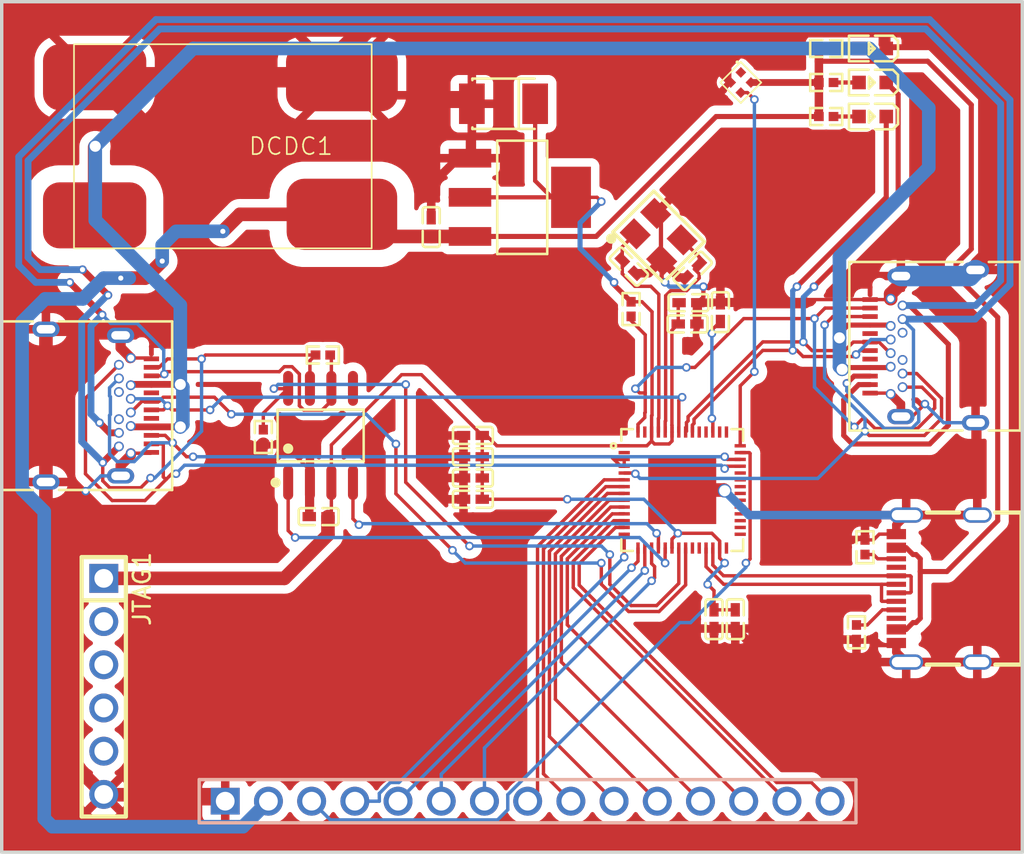
<source format=kicad_pcb>
(kicad_pcb (version 20221018) (generator pcbnew)
  (layers (0 "F.Cu" signal) (31 "B.Cu" signal) (34 "B.Paste" user) (35 "F.Paste" user) (36 "B.SilkS" user "B.Silkscreen") (37 "F.SilkS" user "F.Silkscreen") (38 "B.Mask" user) (39 "F.Mask" user) (44 "Edge.Cuts" user))
  (net 0 "")
  (net 1 "BCC1")
  (net 2 "GND")
  (net 3 "BCC2")
  (net 4 "+3V3")
  (net 6 "+5V")
  (net 7 "MCU-LED")
  (net 9 "BTN1")
  (net 10 "BTN2")
  (net 11 "BTN3")
  (net 12 "BTN4")
  (net 13 "BTN5")
  (net 14 "BTN6")
  (net 15 "BTN7")
  (net 16 "BTN8")
  (net 17 "BTN9")
  (net 18 "BTN10")
  (net 19 "BTN11")
  (net 20 "BTN12")
  (net 23 "BD-")
  (net 24 "BD+")
  (net 35 "LED")
  (net 36 "XN")
  (net 37 "XP")
  (net 38 "EN")
  (net 39 "MUX_S0")
  (net 40 "+28V")
  (net 43 "CAN-Tx")
  (net 44 "CAN-Rx")
  (net 45 "CAN-Rs")
  (net 46 "CAN+")
  (net 47 "CAN-")
  (net 52 "Net-(Led1-A)")
  (net 53 "LastTx")
  (net 54 "LastRx")
  (net 55 "Net-(Led2-A)")
  (net 56 "Net-(Led3-A)")
  (net 57 "LastB0")
  (net 58 "NextEN")
  (net 59 "NextB0")
  (net 60 "NextTx")
  (net 61 "NextRx")
  (net 62 "unconnected-(NotUSB-Last1-CC2-PadB5)")
  (footprint "easyeda:CASE-B_3528" (layer "F.Cu") (at 134.5 36 180)
    (fp_text reference "LCout1" hide)
    (fp_text value "100uF C16133" hide)
  )
  (footprint "easyeda:C0402" (layer "F.Cu") (at 132.7 59.25 180)
    (fp_text reference "C8" hide)
    (fp_text value "1uF C52923" hide)
  )
  (footprint "easyeda:R0402" (layer "F.Cu") (at 153.47 36.75 180)
    (fp_text reference "LR1" hide)
    (fp_text value "2k C4109" hide)
  )
  (footprint "easyeda:C0402" (layer "F.Cu") (at 132.7 56.75 180)
    (fp_text reference "C6" hide)
    (fp_text value "100nF C1525" hide)
  )
  (footprint "easyeda:R0402" (layer "F.Cu") (at 120.38 55.59 -90)
    (fp_text reference "R3" hide)
    (fp_text value "10k C25744" hide)
  )
  (footprint "easyeda:USB-C-SMD_HANBO_MC-126D-DG10" (layer "F.Cu") (at 159.9725 64.5 90)
    (fp_text reference "USB_C_Board1" hide)
    (fp_text value "MC-126D-DG10" hide)
  )
  (footprint "easyeda:R0402" (layer "F.Cu") (at 153.47 32.75 180)
    (fp_text reference "LR3" hide)
    (fp_text value "10k C25744" hide)
  )
  (footprint "easyeda:C0402" (layer "F.Cu") (at 148.125 66.3 -90)
    (fp_text reference "C5" hide)
    (fp_text value "100nF C1525" hide)
  )
  (footprint "easyeda:TYPE-C-USB-SMD_QCHT-143" (layer "F.Cu") (at 159.15 50.26 90)
    (fp_text reference "NotUSB-Last1" hide)
    (fp_text value "TYPE-C 24P QCHT 143" hide)
  )
  (footprint "easyeda:C0402" (layer "F.Cu") (at 146.875 66.3 -90)
    (fp_text reference "C4" hide)
    (fp_text value "100nF C1525" hide)
  )
  (footprint "easyeda:LED-SMD_4P-L1.0-W1.0-TL_XL-1010RGBC-WS2812B" (layer "F.Cu") (at 148.45 34.75 -45)
    (fp_text reference "RGB1" hide)
    (fp_text value "XL-1010RGBC-WS2812B" hide)
  )
  (footprint "easyeda:R0402" (layer "F.Cu") (at 153.47 34.75 180)
    (fp_text reference "LR2" hide)
    (fp_text value "2k C4109" hide)
  )
  (footprint "easyeda:DCDC" (layer "F.Cu") (at 118 38.5)
    (fp_text reference "DCDC1")
    (fp_text value "~" hide)
  )
  (footprint "easyeda:SOT-223-3_L6.5-W3.4-P2.30-LS7.0-BR" (layer "F.Cu") (at 135.5 41.5 180)
    (fp_text reference "LDO1" hide)
    (fp_text value "AMS1117-3.3" hide)
  )
  (footprint "easyeda:C0402" (layer "F.Cu") (at 130.25 43.25 90)
    (fp_text reference "LCin1" hide)
    (fp_text value "10uF C15525" hide)
  )
  (footprint "easyeda:QFN-56_L7.0-W7.0-P0.40-TL-EP4.0" (layer "F.Cu") (at 145.005761 58.707842)
    (fp_text reference "MCU1" hide)
    (fp_text value "ESP32-S2" hide)
  )
  (footprint "easyeda:C0402" (layer "F.Cu") (at 132.7 55.5 180)
    (fp_text reference "C9" hide)
    (fp_text value "100nF C1525" hide)
  )
  (footprint "easyeda:C0402" (layer "F.Cu") (at 145.621142 45.823223 45)
    (fp_text reference "XC2" hide)
    (fp_text value "20pF C1554" hide)
  )
  (footprint "easyeda:LED0603-RD" (layer "F.Cu") (at 156.2 32.75 180)
    (fp_text reference "Led3" hide)
    (fp_text value "0603 Blue" hide)
  )
  (footprint "easyeda:R0402" (layer "F.Cu") (at 123.88 50.77 180)
    (fp_text reference "R2" hide)
    (fp_text value "120Ω C25079" hide)
  )
  (footprint "easyeda:R0402" (layer "F.Cu") (at 155.75 62.07 -90)
    (fp_text reference "BR2" hide)
    (fp_text value "5.1k C25905" hide)
  )
  (footprint "easyeda:C0402" (layer "F.Cu") (at 123.63 60.27 180)
    (fp_text reference "C10" hide)
    (fp_text value "100nF C1525" hide)
  )
  (footprint "easyeda:OSC-SMD_4P-L3.2-W2.5-BL_SIT8008BI" (layer "F.Cu") (at 143.621142 43.823223 -45)
    (fp_text reference "X1" hide)
    (fp_text value "40MHz (15pF) C9010" hide)
  )
  (footprint "easyeda:C0402" (layer "F.Cu") (at 141.871142 45.573223 -45)
    (fp_text reference "XC1" hide)
    (fp_text value "20pF C1554" hide)
  )
  (footprint "easyeda:LED0603-RD" (layer "F.Cu") (at 156.2 36.75 180)
    (fp_text reference "Led1" hide)
    (fp_text value "0603 Red" hide)
  )
  (footprint "easyeda:R0402" (layer "F.Cu") (at 142 48.07 90)
    (fp_text reference "R1" hide)
    (fp_text value "10k C25744" hide)
  )
  (footprint "easyeda:LED0603-RD-YELLOW" (layer "F.Cu") (at 156.2 34.75 180)
    (fp_text reference "Led2" hide)
    (fp_text value "0603 Yellow" hide)
  )
  (footprint "easyeda:SOIC-8_L4.9-W3.9-P1.27-LS6.0-BL" (layer "F.Cu") (at 123.75 55.5)
    (fp_text reference "CAN1" hide)
    (fp_text value "SN65HVD230DR" hide)
  )
  (footprint "easyeda:C0402" (layer "F.Cu") (at 132.7 58 180)
    (fp_text reference "C7" hide)
    (fp_text value "10uF C15525" hide)
  )
  (footprint "easyeda:HDR-TH_6P-P2.54-V-M" (layer "F.Cu") (at 111 70.25 -90)
    (fp_text reference "JTAG1")
    (fp_text value "2.54-1*6" hide)
  )
  (footprint "easyeda:C0402" (layer "F.Cu") (at 145.321142 48.944365)
    (fp_text reference "C2" hide)
    (fp_text value "1uF C52923" hide)
  )
  (footprint "easyeda:R0402" (layer "F.Cu") (at 155.25 67.07 90)
    (fp_text reference "BR1" hide)
    (fp_text value "5.1k C25905" hide)
  )
  (footprint "easyeda:C0402" (layer "F.Cu") (at 145.371142 47.694365)
    (fp_text reference "C1" hide)
    (fp_text value "100pF C1546" hide)
  )
  (footprint "easyeda:C0402" (layer "F.Cu") (at 147.25 48.25 90)
    (fp_text reference "C3" hide)
    (fp_text value "100nF C1525" hide)
  )
  (footprint "easyeda:TYPE-C-USB-SMD_QCHT-143" (layer "F.Cu") (at 110.7 53.745 -90)
    (fp_text reference "NotUSB-Next1" hide)
    (fp_text value "TYPE-C 24P QCHT 143" hide)
  )
  (footprint "easyeda:HDR-TH_15P-P2.54-V-F" (layer "B.Cu") (at 135.92 77)
    (fp_text reference "J1" hide)
    (fp_text value "2.54FH-1x15P-H8.5" hide)
  )
  (gr_rect (start 105 30) (end 165 80) (stroke (width 0.2)) (fill none) (layer "Edge.Cuts"))
  (segment (start 155.8825 66.64) (end 155.25 66.64) (width 0.2) (layer "F.Cu") (net 1))
  (segment (start 156.7725 65.75) (end 155.8825 66.64) (width 0.2) (layer "F.Cu") (net 1))
  (segment (start 157.5925 65.75) (end 156.7725 65.75) (width 0.2) (layer "F.Cu") (net 1))
  (segment (start 162.5 45.52) (end 163 45.02) (width 1.2) (layer "F.Cu") (net 2))
  (segment (start 147.44 47.51) (end 156.05 47.51) (width 0.2) (layer "F.Cu") (net 2))
  (segment (start 126.5 31.5) (end 125.25 32.75) (width 1.2) (layer "F.Cu") (net 2))
  (segment (start 157.26 47.176726) (end 157.86 46.576726) (width 0.8) (layer "F.Cu") (net 2))
  (segment (start 157.75 31.5) (end 126.5 31.5) (width 1.2) (layer "F.Cu") (net 2))
  (segment (start 107.6 59.75) (end 107.825 59.975) (width 0.8) (layer "F.Cu") (net 2))
  (segment (start 143.037868 45.962132) (end 143.797919 45.202081) (width 0.5) (layer "F.Cu") (net 2))
  (segment (start 158.1725 68.82) (end 162.3525 68.82) (width 0.5) (layer "F.Cu") (net 2))
  (segment (start 132.64 36) (end 132.64 39.09) (width 0.5) (layer "F.Cu") (net 2))
  (segment (start 156.75 31.75) (end 156.75 32.5) (width 0.4) (layer "F.Cu") (net 2))
  (segment (start 145.232233 46.212132) (end 144.80797 46.212132) (width 0.5) (layer "F.Cu") (net 2))
  (segment (start 107.6 59.75) (end 107.6 58.235) (width 0.8) (layer "F.Cu") (net 2))
  (segment (start 158.1725 60.18) (end 158.37 60.18) (width 0.5) (layer "F.Cu") (net 2))
  (segment (start 112.59 50.945) (end 112.555 50.945) (width 0.6) (layer "F.Cu") (net 2))
  (segment (start 132.15 55.5) (end 132.15 56.75) (width 0.5) (layer "F.Cu") (net 2))
  (segment (start 155.75 61.64) (end 155.75 61.75) (width 0.2) (layer "F.Cu") (net 2))
  (segment (start 116.425 59.975) (end 120.38 56.02) (width 0.8) (layer "F.Cu") (net 2))
  (segment (start 120.27 56.02) (end 120.25 56) (width 0.2) (layer "F.Cu") (net 2))
  (segment (start 125.25 32.75) (end 125.25 34.25) (width 1.2) (layer "F.Cu") (net 2))
  (segment (start 147.696931 33.803069) (end 149.75 31.75) (width 0.4) (layer "F.Cu") (net 2))
  (segment (start 125.25 35.5) (end 132.14 35.5) (width 0.5) (layer "F.Cu") (net 2))
  (segment (start 158.37 60.18) (end 158.55 60) (width 0.5) (layer "F.Cu") (net 2))
  (segment (start 107.6 58.235) (end 109.396836 58.235) (width 0.2) (layer "F.Cu") (net 2))
  (segment (start 110.46425 34.4405) (end 124.9405 34.4405) (width 1.2) (layer "F.Cu") (net 2))
  (segment (start 157.5925 68.24) (end 158.1725 68.82) (width 0.5) (layer "F.Cu") (net 2))
  (segment (start 111.63 49.255) (end 111.99 49.615) (width 0.8) (layer "F.Cu") (net 2))
  (segment (start 143.742284 45.202081) (end 143.621142 45.323223) (width 0.25) (layer "F.Cu") (net 2))
  (segment (start 113.63 49.12) (end 116.5 46.25) (width 1.2) (layer "F.Cu") (net 2))
  (segment (start 116.5 40.47625) (end 110.46425 34.4405) (width 1.2) (layer "F.Cu") (net 2))
  (segment (start 157.86 46.576726) (end 157.86 46.13) (width 0.8) (layer "F.Cu") (net 2))
  (segment (start 145.926777 47.7) (end 145.921142 47.694365) (width 0.2) (layer "F.Cu") (net 2))
  (segment (start 131.83 39.2) (end 130.25 40.78) (width 0.5) (layer "F.Cu") (net 2))
  (segment (start 156.05 53.01) (end 157.21 53.01) (width 0.2) (layer "F.Cu") (net 2))
  (segment (start 123.08 60.27) (end 123.08 58.31) (width 0.5) (layer "F.Cu") (net 2))
  (segment (start 162.3525 60.18) (end 162.3525 54.8525) (width 0.5) (layer "F.Cu") (net 2))
  (segment (start 157.86 53.66) (end 157.26 53.06) (width 0.5) (layer "F.Cu") (net 2))
  (segment (start 125 34.5) (end 123.75 33.25) (width 0.5) (layer "F.Cu") (net 2))
  (segment (start 142.260051 45.962132) (end 143.037868 45.962132) (width 0.5) (layer "F.Cu") (net 2))
  (segment (start 156.59 61.3) (end 157.5925 61.3) (width 0.2) (layer "F.Cu") (net 2))
  (segment (start 145.871142 47.744365) (end 145.921142 47.694365) (width 0.5) (layer "F.Cu") (net 2))
  (segment (start 107.6 73.2) (end 107.6 59.75) (width 0.8) (layer "F.Cu") (net 2))
  (segment (start 143.755761 45.159923) (end 143.755761 42.755761) (width 0.25) (layer "F.Cu") (net 2))
  (segment (start 143.755761 42.755761) (end 143.444365 42.444365) (width 0.25) (layer "F.Cu") (net 2))
  (segment (start 163 45.02) (end 163 35.5) (width 1.2) (layer "F.Cu") (net 2))
  (segment (start 132.14 35.5) (end 132.64 36) (width 0.5) (layer "F.Cu") (net 2))
  (segment (start 132.15 59.25) (end 132.15 56.75) (width 0.5) (layer "F.Cu") (net 2))
  (segment (start 146.25 46.75) (end 146.25 47.365507) (width 0.25) (layer "F.Cu") (net 2))
  (segment (start 111.99 57.26) (end 112.59 56.66) (width 0.6) (layer "F.Cu") (net 2))
  (segment (start 112.59 56.545) (end 113.75 56.545) (width 0.2) (layer "F.Cu") (net 2))
  (segment (start 143.797919 46.297919) (end 144 46.5) (width 0.25) (layer "F.Cu") (net 2))
  (segment (start 113.75 56.545) (end 113.8 56.495) (width 0.2) (layer "F.Cu") (net 2))
  (segment (start 120.38 56.02) (end 120.27 56.02) (width 0.2) (layer "F.Cu") (net 2))
  (segment (start 156.25 61.64) (end 155.75 61.64) (width 0.2) (layer "F.Cu") (net 2))
  (segment (start 107.6 58.235) (end 107.6 49.255) (width 0.8) (layer "F.Cu") (net 2))
  (segment (start 148.125 66.85) (end 148.775 67.5) (width 0.5) (layer "F.Cu") (net 2))
  (segment (start 112.235 49.12) (end 113.63 49.12) (width 1.2) (layer "F.Cu") (net 2))
  (segment (start 111.99 49.615) (end 111.99 50.345) (width 0.6) (layer "F.Cu") (net 2))
  (segment (start 157.86 54.39) (end 158.533364 54.39) (width 0.2) (layer "F.Cu") (net 2))
  (segment (start 143.797919 45.202081) (end 143.755761 45.159923) (width 0.25) (layer "F.Cu") (net 2))
  (segment (start 157.21 47.51) (end 157.26 47.46) (width 0.2) (layer "F.Cu") (net 2))
  (segment (start 123.9405 33.1905) (end 123.9405 33.4405) (width 0.5) (layer "F.Cu") (net 2))
  (segment (start 163 35.5) (end 159 31.5) (width 1.2) (layer "F.Cu") (net 2))
  (segment (start 157.26 47.46) (end 157.26 47.176726) (width 0.8) (layer "F.Cu") (net 2))
  (segment (start 117.76 76.62) (end 111.02 76.62) (width 0.8) (layer "F.Cu") (net 2))
  (segment (start 148.775 67.5) (end 155.25 67.5) (width 0.5) (layer "F.Cu") (net 2))
  (segment (start 162.3525 54.8525) (end 162.25 54.75) (width 0.5) (layer "F.Cu") (net 2))
  (segment (start 157.86 54.39) (end 157.86 53.66) (width 0.5) (layer "F.Cu") (net 2))
  (segment (start 112.555 50.945) (end 112.545759 50.954241) (width 0.6) (layer "F.Cu") (net 2))
  (segment (start 107.825 59.975) (end 116.425 59.975) (width 0.8) (layer "F.Cu") (net 2))
  (segment (start 146.875 66.85) (end 148.125 66.85) (width 0.5) (layer "F.Cu") (net 2))
  (segment (start 130.25 40.78) (end 130.25 42.7) (width 0.5) (layer "F.Cu") (net 2))
  (segment (start 116.5 46.25) (end 116.5 40.47625) (width 1.2) (layer "F.Cu") (net 2))
  (segment (start 120.25 56) (end 121.58 56) (width 0.2) (layer "F.Cu") (net 2))
  (segment (start 147.85603 34.75) (end 147.696931 34.590901) (width 0.4) (layer "F.Cu") (net 2))
  (segment (start 109.396836 58.235) (end 109.936836 58.775) (width 0.2) (layer "F.Cu") (net 2))
  (segment (start 132.53 39.2) (end 131.83 39.2) (width 0.5) (layer "F.Cu") (net 2))
  (segment (start 144.80797 46.212132) (end 143.797919 45.202081) (width 0.5) (layer "F.Cu") (net 2))
  (segment (start 156.59 61.3) (end 156.25 61.64) (width 0.2) (layer "F.Cu") (net 2))
  (segment (start 145.871142 48.944365) (end 145.871142 47.744365) (width 0.5) (layer "F.Cu") (net 2))
  (segment (start 121.58 56) (end 123.12 57.54) (width 0.2) (layer "F.Cu") (net 2))
  (segment (start 157.5925 60.76) (end 158.1725 60.18) (width 0.5) (layer "F.Cu") (net 2))
  (segment (start 147.25 47.7) (end 145.926777 47.7) (width 0.2) (layer "F.Cu") (net 2))
  (segment (start 112.59 50.945) (end 113.75 50.945) (width 0.2) (layer "F.Cu") (net 2))
  (segment (start 147.696931 34.590901) (end 147.696931 33.803069) (width 0.4) (layer "F.Cu") (net 2))
  (segment (start 158.1725 60.18) (end 162.3525 60.18) (width 0.5) (layer "F.Cu") (net 2))
  (segment (start 143.797919 45.202081) (end 143.742284 45.202081) (width 0.25) (layer "F.Cu") (net 2))
  (segment (start 111.99 57.875) (end 111.99 57.26) (width 0.6) (layer "F.Cu") (net 2))
  (segment (start 159 31.5) (end 157.75 31.5) (width 1.2) (layer "F.Cu") (net 2))
  (segment (start 147.457842 58.707842) (end 147.5 58.75) (width 0.8) (layer "F.Cu") (net 2))
  (segment (start 123.9405 33.4405) (end 125 34.5) (width 0.5) (layer "F.Cu") (net 2))
  (segment (start 162.4525 54.9525) (end 162.25 54.75) (width 0.5) (layer "F.Cu") (net 2))
  (segment (start 118.14 77) (end 117.76 76.62) (width 0.8) (layer "F.Cu") (net 2))
  (segment (start 124.9405 34.4405) (end 125 34.5) (width 0.6) (layer "F.Cu") (net 2))
  (segment (start 157.21 53.01) (end 157.26 53.06) (width 0.2) (layer "F.Cu") (net 2))
  (segment (start 158.533364 54.39) (end 159.273243 53.650121) (width 0.2) (layer "F.Cu") (net 2))
  (segment (start 113.75 50.945) (end 113.8 50.995) (width 0.2) (layer "F.Cu") (net 2))
  (segment (start 112.59 56.66) (end 112.59 56.545) (width 0.6) (layer "F.Cu") (net 2))
  (segment (start 111.99 50.345) (end 112.59 50.945) (width 0.6) (layer "F.Cu") (net 2))
  (segment (start 146.25 47.365507) (end 145.921142 47.694365) (width 0.25) (layer "F.Cu") (net 2))
  (segment (start 156.05 47.51) (end 157.21 47.51) (width 0.2) (layer "F.Cu") (net 2))
  (segment (start 107.6 49.255) (end 111.63 49.255) (width 0.8) (layer "F.Cu") (net 2))
  (segment (start 143.797919 45.202081) (end 143.797919 46.297919) (width 0.25) (layer "F.Cu") (net 2))
  (segment (start 157.5925 61.3) (end 157.5925 60.76) (width 0.5) (layer "F.Cu") (net 2))
  (segment (start 156.75 32.5) (end 157 32.75) (width 0.4) (layer "F.Cu") (net 2))
  (segment (start 147.25 47.7) (end 147.44 47.51) (width 0.2) (layer "F.Cu") (net 2))
  (segment (start 157.5925 67.7) (end 157.5925 68.24) (width 0.5) (layer "F.Cu") (net 2))
  (segment (start 145.005761 58.707842) (end 147.457842 58.707842) (width 0.8) (layer "F.Cu") (net 2))
  (segment (start 123.08 58.31) (end 123.12 58.27) (width 0.5) (layer "F.Cu") (net 2))
  (segment (start 111.02 76.62) (end 107.6 73.2) (width 0.8) (layer "F.Cu") (net 2))
  (segment (start 132.64 39.09) (end 132.53 39.2) (width 0.5) (layer "F.Cu") (net 2))
  (segment (start 123.12 57.54) (end 123.12 58.27) (width 0.2) (layer "F.Cu") (net 2))
  (segment (start 111.99 49.365) (end 112.235 49.12) (width 1.2) (layer "F.Cu") (net 2))
  (via (at 147.5 58.75) (size 0.8) (drill 0.65) (layers "F.Cu" "B.Cu") (net 2))
  (via (at 109.936836 58.775) (size 0.5) (drill 0.3) (layers "F.Cu" "B.Cu") (net 2))
  (via (at 144 46.5) (size 0.5) (drill 0.3) (layers "F.Cu" "B.Cu") (net 2))
  (via (at 159.273243 53.650121) (size 0.5) (drill 0.3) (layers "F.Cu" "B.Cu") (net 2))
  (via (at 146.25 46.75) (size 0.5) (drill 0.3) (layers "F.Cu" "B.Cu") (net 2))
  (segment (start 157.86 46.13) (end 161.89 46.13) (width 1.2) (layer "B.Cu") (net 2))
  (segment (start 158.1725 60.18) (end 148.93 60.18) (width 0.5) (layer "B.Cu") (net 2))
  (segment (start 144 46.5) (end 144.25 46.75) (width 0.25) (layer "B.Cu") (net 2))
  (segment (start 112.125 57.875) (end 112.25 57.75) (width 0.2) (layer "B.Cu") (net 2))
  (segment (start 148.93 60.18) (end 147.5 58.75) (width 0.5) (layer "B.Cu") (net 2))
  (segment (start 161.89 46.13) (end 162.25 45.77) (width 1.2) (layer "B.Cu") (net 2))
  (segment (start 110.836836 57.875) (end 109.936836 58.775) (width 0.2) (layer "B.Cu") (net 2))
  (segment (start 162.25 54.75) (end 160.373122 54.75) (width 0.2) (layer "B.Cu") (net 2))
  (segment (start 111.99 57.875) (end 112.125 57.875) (width 0.2) (layer "B.Cu") (net 2))
  (segment (start 158.1725 60.18) (end 157.93 60.18) (width 0.5) (layer "B.Cu") (net 2))
  (segment (start 107.6 58.235) (end 107.985 58.235) (width 0.2) (layer "B.Cu") (net 2))
  (segment (start 107.985 58.235) (end 108 58.25) (width 0.2) (layer "B.Cu") (net 2))
  (segment (start 157.93 60.18) (end 157.75 60) (width 0.5) (layer "B.Cu") (net 2))
  (segment (start 111.99 57.875) (end 110.836836 57.875) (width 0.2) (layer "B.Cu") (net 2))
  (segment (start 144.25 46.75) (end 146.25 46.75) (width 0.25) (layer "B.Cu") (net 2))
  (segment (start 160.373122 54.75) (end 159.273243 53.650121) (width 0.2) (layer "B.Cu") (net 2))
  (segment (start 156.5 62.75) (end 157.5925 62.75) (width 0.2) (layer "F.Cu") (net 3))
  (segment (start 156.25 62.5) (end 155.75 62.5) (width 0.2) (layer "F.Cu") (net 3))
  (segment (start 156.5 62.75) (end 156.25 62.5) (width 0.2) (layer "F.Cu") (net 3))
  (segment (start 133.25 56.75) (end 140.837919 56.75) (width 0.2) (layer "F.Cu") (net 4))
  (segment (start 124.18 61.34) (end 124.18 60.27) (width 0.8) (layer "F.Cu") (net 4))
  (segment (start 144.233603 56) (end 144.405761 55.827842) (width 0.2) (layer "F.Cu") (net 4))
  (segment (start 143.205761 55.827842) (end 143.377919 56) (width 0.2) (layer "F.Cu") (net 4))
  (segment (start 143.231142 54.311089) (end 143.205761 54.336471) (width 0.2) (layer "F.Cu") (net 4))
  (segment (start 111 63.9) (end 121.62 63.9) (width 0.8) (layer "F.Cu") (net 4))
  (segment (start 144.771142 48.944365) (end 144.4 49.315507) (width 0.2) (layer "F.Cu") (net 4))
  (segment (start 131.39 41.5) (end 137.33 41.5) (width 0.25) (layer "F.Cu") (net 4))
  (segment (start 144.405761 61.587842) (end 144.743603 61.25) (width 0.2) (layer "F.Cu") (net 4))
  (segment (start 133.25 56.75) (end 133.25 59.25) (width 0.2) (layer "F.Cu") (net 4))
  (segment (start 143.205761 54.336471) (end 143.205761 55.297842) (width 0.2) (layer "F.Cu") (net 4))
  (segment (start 146.75 49.3) (end 147.25 48.8) (width 0.2) (layer "F.Cu") (net 4))
  (segment (start 134.107842 56.107842) (end 141.595761 56.107842) (width 0.2) (layer "F.Cu") (net 4))
  (segment (start 144.4 54.894974) (end 144.405761 54.900735) (width 0.2) (layer "F.Cu") (net 4))
  (segment (start 146.875 65.75) (end 146.875 64.625) (width 0.2) (layer "F.Cu") (net 4))
  (segment (start 133.25 59.25) (end 138.25 59.25) (width 0.2) (layer "F.Cu") (net 4))
  (segment (start 121.62 63.9) (end 124.18 61.34) (width 0.8) (layer "F.Cu") (net 4))
  (segment (start 140.837919 56.75) (end 140.918959 56.831041) (width 0.2) (layer "F.Cu") (net 4))
  (segment (start 128.511827 51.925) (end 129.675 51.925) (width 0.2) (layer "F.Cu") (net 4))
  (segment (start 144.4 49.315507) (end 144.4 54.894974) (width 0.2) (layer "F.Cu") (net 4))
  (segment (start 146.805761 55.297842) (end 146.805761 54.555761) (width 0.2) (layer "F.Cu") (net 4))
  (segment (start 144.743603 61.25) (end 146.75 61.25) (width 0.2) (layer "F.Cu") (net 4))
  (segment (start 144.405761 62.117842) (end 144.405761 62.094239) (width 0.2) (layer "F.Cu") (net 4))
  (segment (start 142.64 47.64) (end 143.231142 48.231142) (width 0.2) (layer "F.Cu") (net 4))
  (segment (start 146.805761 54.555761) (end 146.75 54.5) (width 0.2) (layer "F.Cu") (net 4))
  (segment (start 133.25 55.5) (end 133.25 56.75) (width 0.2) (layer "F.Cu") (net 4))
  (segment (start 142 47.64) (end 142.64 47.64) (width 0.2) (layer "F.Cu") (net 4))
  (segment (start 133.25 55.5) (end 133.5 55.5) (width 0.2) (layer "F.Cu") (net 4))
  (segment (start 147.205761 62.705761) (end 147.205761 62.117842) (width 0.2) (layer "F.Cu") (net 4))
  (segment (start 141 46.5) (end 141 46.64) (width 0.3) (layer "F.Cu") (net 4))
  (segment (start 144.771142 48.944365) (end 144.771142 47.744365) (width 0.2) (layer "F.Cu") (net 4))
  (segment (start 146.875 64.625) (end 146.5 64.25) (width 0.2) (layer "F.Cu") (net 4))
  (segment (start 144.405761 54.900735) (end 144.405761 55.297842) (width 0.2) (layer "F.Cu") (net 4))
  (segment (start 148.125 65.75) (end 146.875 65.75) (width 0.2) (layer "F.Cu") (net 4))
  (segment (start 143.377919 56) (end 144.233603 56) (width 0.2) (layer "F.Cu") (net 4))
  (segment (start 124.38 56.056827) (end 128.511827 51.925) (width 0.2) (layer "F.Cu") (net 4))
  (segment (start 147.5 63) (end 147.205761 62.705761) (width 0.2) (layer "F.Cu") (net 4))
  (segment (start 133.5 55.5) (end 134.107842 56.107842) (width 0.2) (layer "F.Cu") (net 4))
  (segment (start 143.205761 55.297842) (end 143.205761 55.827842) (width 0.2) (layer "F.Cu") (net 4))
  (segment (start 141.395761 57.307842) (end 141.295761 57.207842) (width 0.2) (layer "F.Cu") (net 4))
  (segment (start 140.918959 56.831041) (end 141.295761 57.207842) (width 0.2) (layer "F.Cu") (net 4))
  (segment (start 141 46.64) (end 142 47.64) (width 0.3) (layer "F.Cu") (net 4))
  (segment (start 142.925761 56.107842) (end 143.205761 55.827842) (width 0.2) (layer "F.Cu") (net 4))
  (segment (start 124.38 60.07) (end 124.18 60.27) (width 0.2) (layer "F.Cu") (net 4))
  (segment (start 140.99576 56.907842) (end 141.595761 56.907842) (width 0.2) (layer "F.Cu") (net 4))
  (segment (start 147.205761 61.705761) (end 147.205761 62.117842) (width 0.2) (layer "F.Cu") (net 4))
  (segment (start 136.36 36) (end 136.36 40.53) (width 0.25) (layer "F.Cu") (net 4))
  (segment (start 129.675 51.925) (end 133.25 55.5) (width 0.2) (layer "F.Cu") (net 4))
  (segment (start 146.75 49.5) (end 146.75 49.3) (width 0.2) (layer "F.Cu") (net 4))
  (segment (start 144.405761 55.827842) (end 144.405761 55.297842) (width 0.2) (layer "F.Cu") (net 4))
  (segment (start 124.38 58.27) (end 124.38 60.07) (width 0.2) (layer "F.Cu") (net 4))
  (segment (start 140 41.5) (end 140.25 41.75) (width 0.2) (layer "F.Cu") (net 4))
  (segment (start 143.231142 48.231142) (end 143.231142 54.311089) (width 0.2) (layer "F.Cu") (net 4))
  (segment (start 144.771142 47.744365) (end 144.821142 47.694365) (width 0.2) (layer "F.Cu") (net 4))
  (segment (start 144.405761 62.117842) (end 144.405761 61.587842) (width 0.2) (layer "F.Cu") (net 4))
  (segment (start 136.36 40.53) (end 137.33 41.5) (width 0.25) (layer "F.Cu") (net 4))
  (segment (start 146.75 61.25) (end 147.205761 61.705761) (width 0.2) (layer "F.Cu") (net 4))
  (segment (start 141.595761 56.107842) (end 142.925761 56.107842) (width 0.2) (layer "F.Cu") (net 4))
  (segment (start 140.918959 56.831041) (end 140.99576 56.907842) (width 0.2) (layer "F.Cu") (net 4))
  (segment (start 141.595761 57.307842) (end 141.395761 57.307842) (width 0.2) (layer "F.Cu") (net 4))
  (segment (start 124.38 58.27) (end 124.38 56.056827) (width 0.2) (layer "F.Cu") (net 4))
  (segment (start 138.47 41.5) (end 140 41.5) (width 0.2) (layer "F.Cu") (net 4))
  (segment (start 141.595761 57.307842) (end 141.595761 56.907842) (width 0.2) (layer "F.Cu") (net 4))
  (via (at 146.75 54.5) (size 0.5) (drill 0.3) (layers "F.Cu" "B.Cu") (net 4))
  (via (at 146.75 49.5) (size 0.5) (drill 0.3) (layers "F.Cu" "B.Cu") (net 4))
  (via (at 144.75 61.25) (size 0.5) (drill 0.3) (layers "F.Cu" "B.Cu") (net 4))
  (via (at 140.25 41.75) (size 0.5) (drill 0.3) (layers "F.Cu" "B.Cu") (net 4))
  (via (at 147.5 63) (size 0.5) (drill 0.3) (layers "F.Cu" "B.Cu") (net 4))
  (via (at 141 46.5) (size 0.5) (drill 0.3) (layers "F.Cu" "B.Cu") (net 4))
  (via (at 138.25 59.25) (size 0.5) (drill 0.3) (layers "F.Cu" "B.Cu") (net 4))
  (via (at 146.5 64.25) (size 0.5) (drill 0.3) (layers "F.Cu" "B.Cu") (net 4))
  (segment (start 146.5 64.25) (end 146.5 64) (width 0.2) (layer "B.Cu") (net 4))
  (segment (start 139 44.5) (end 139 43) (width 0.3) (layer "B.Cu") (net 4))
  (segment (start 138.25 59.25) (end 142.75 59.25) (width 0.2) (layer "B.Cu") (net 4))
  (segment (start 139 43) (end 140.25 41.75) (width 0.3) (layer "B.Cu") (net 4))
  (segment (start 146.5 64) (end 147.5 63) (width 0.2) (layer "B.Cu") (net 4))
  (segment (start 146.75 54.5) (end 146.75 49.5) (width 0.2) (layer "B.Cu") (net 4))
  (segment (start 142.75 59.25) (end 144.75 61.25) (width 0.2) (layer "B.Cu") (net 4))
  (segment (start 139 44.5) (end 141 46.5) (width 0.3) (layer "B.Cu") (net 4))
  (segment (start 112.625008 46.25) (end 112 46.25) (width 0.8) (layer "F.Cu") (net 6))
  (segment (start 125.8 43.8) (end 130.25 43.8) (width 0.8) (layer "F.Cu") (net 6))
  (segment (start 158.172551 66.9) (end 158.572551 66.5) (width 0.3) (layer "F.Cu") (net 6))
  (segment (start 159 63.5) (end 159 62.75) (width 0.3) (layer "F.Cu") (net 6))
  (segment (start 161.1 46.101371) (end 161.1 45.438629) (width 0.3) (layer "F.Cu") (net 6))
  (segment (start 158.75 62.5) (end 158.572551 62.5) (width 0.3) (layer "F.Cu") (net 6))
  (segment (start 153.04 33.5) (end 153.04 34.75) (width 0.5) (layer "F.Cu") (net 6))
  (segment (start 158.572551 66.5) (end 158.75 66.5) (width 0.3) (layer "F.Cu") (net 6))
  (segment (start 130.25 43.8) (end 132.53 43.8) (width 0.8) (layer "F.Cu") (net 6))
  (segment (start 163.5525 60.511371) (end 163.5525 48.553871) (width 0.3) (layer "F.Cu") (net 6))
  (segment (start 158.172551 62.1) (end 157.5925 62.1) (width 0.3) (layer "F.Cu") (net 6))
  (segment (start 119 42.5) (end 118 43.5) (width 0.8) (layer "F.Cu") (net 6))
  (segment (start 162 36.06066) (end 159.43934 33.5) (width 0.3) (layer "F.Cu") (net 6))
  (segment (start 125 42.5) (end 124.3 41.8) (width 0.5) (layer "F.Cu") (net 6))
  (segment (start 158.572551 62.5) (end 158.172551 62.1) (width 0.3) (layer "F.Cu") (net 6))
  (segment (start 159 62.75) (end 158.75 62.5) (width 0.3) (layer "F.Cu") (net 6))
  (segment (start 163.5525 48.553871) (end 161.1 46.101371) (width 0.3) (layer "F.Cu") (net 6))
  (segment (start 113.435317 46.25) (end 112.625 46.25) (width 0.8) (layer "F.Cu") (net 6))
  (segment (start 159 63.5) (end 160.563871 63.5) (width 0.3) (layer "F.Cu") (net 6))
  (segment (start 149.04397 34.75) (end 153.04 34.75) (width 0.4) (layer "F.Cu") (net 6))
  (segment (start 132.53 43.8) (end 132.63 43.9) (width 0.8) (layer "F.Cu") (net 6))
  (segment (start 157.5925 66.9) (end 158.172551 66.9) (width 0.3) (layer "F.Cu") (net 6))
  (segment (start 161.1 45.438629) (end 162 44.538629) (width 0.3) (layer "F.Cu") (net 6))
  (segment (start 153.04 32.75) (end 153.04 33.5) (width 0.5) (layer "F.Cu") (net 6))
  (segment (start 159 66.25) (end 159 63.5) (width 0.3) (layer "F.Cu") (net 6))
  (segment (start 158.75 66.5) (end 159 66.25) (width 0.3) (layer "F.Cu") (net 6))
  (segment (start 114.435317 45.25) (end 113.435317 46.25) (width 0.8) (layer "F.Cu") (net 6))
  (segment (start 160.563871 63.5) (end 163.5525 60.511371) (width 0.3) (layer "F.Cu") (net 6))
  (segment (start 147 36.75) (end 153.04 36.75) (width 0.3) (layer "F.Cu") (net 6))
  (segment (start 162 44.538629) (end 162 36.06066) (width 0.3) (layer "F.Cu") (net 6))
  (segment (start 125 42.5) (end 119 42.5) (width 0.8) (layer "F.Cu") (net 6))
  (segment (start 159.43934 33.5) (end 153.04 33.5) (width 0.3) (layer "F.Cu") (net 6))
  (segment (start 139.95 43.8) (end 147 36.75) (width 0.3) (layer "F.Cu") (net 6))
  (segment (start 153.04 34.75) (end 153.04 36.75) (width 0.5) (layer "F.Cu") (net 6))
  (segment (start 124.3 41.8) (end 124.3 41.55) (width 0.5) (layer "F.Cu") (net 6))
  (segment (start 132.53 43.8) (end 139.95 43.8) (width 0.3) (layer "F.Cu") (net 6))
  (via (at 114.435317 45.25) (size 0.5) (drill 0.3) (layers "F.Cu" "B.Cu") (net 6))
  (via (at 112 46.25) (size 0.5) (drill 0.3) (layers "F.Cu" "B.Cu") (net 6))
  (via (at 118 43.5) (size 0.5) (drill 0.3) (layers "F.Cu" "B.Cu") (net 6))
  (segment (start 109.778123 47.471877) (end 111 46.25) (width 0.8) (layer "B.Cu") (net 6))
  (segment (start 107.5 59.969924) (end 106.2 58.669924) (width 0.8) (layer "B.Cu") (net 6))
  (segment (start 106.2 58.669924) (end 106.2 48.820076) (width 0.8) (layer "B.Cu") (net 6))
  (segment (start 115.250009 43.499991) (end 114.435317 44.314683) (width 0.8) (layer "B.Cu") (net 6))
  (segment (start 107.548199 47.471877) (end 109.778123 47.471877) (width 0.8) (layer "B.Cu") (net 6))
  (segment (start 119.18 78.5) (end 107.98 78.5) (width 0.8) (layer "B.Cu") (net 6))
  (segment (start 107.5 78.02) (end 107.5 59.969924) (width 0.8) (layer "B.Cu") (net 6))
  (segment (start 107.98 78.5) (end 107.5 78.02) (width 0.8) (layer "B.Cu") (net 6))
  (segment (start 106.2 48.820076) (end 107.548199 47.471877) (width 0.8) (layer "B.Cu") (net 6))
  (segment (start 111 46.25) (end 112.499992 46.25) (width 0.8) (layer "B.Cu") (net 6))
  (segment (start 120.68 77) (end 119.18 78.5) (width 0.8) (layer "B.Cu") (net 6))
  (segment (start 118 43.5) (end 115.374999 43.5) (width 0.8) (layer "B.Cu") (net 6))
  (segment (start 114.435317 44.314683) (end 114.435317 45.25) (width 0.8) (layer "B.Cu") (net 6))
  (segment (start 149.25 51.75) (end 148.415761 52.584239) (width 0.2) (layer "F.Cu") (net 7))
  (segment (start 148.415761 52.584239) (end 148.415761 56.107842) (width 0.2) (layer "F.Cu") (net 7))
  (segment (start 148.84397 35.34397) (end 149.25 35.75) (width 0.2) (layer "F.Cu") (net 7))
  (segment (start 148.45 35.34397) (end 148.84397 35.34397) (width 0.2) (layer "F.Cu") (net 7))
  (via (at 149.25 51.75) (size 0.5) (drill 0.3) (layers "F.Cu" "B.Cu") (net 7))
  (via (at 149.25 35.75) (size 0.5) (drill 0.3) (layers "F.Cu" "B.Cu") (net 7))
  (segment (start 149.25 35.75) (end 149.25 51.75) (width 0.2) (layer "B.Cu") (net 7))
  (segment (start 137.9 68.82) (end 146.08 77) (width 0.2) (layer "F.Cu") (net 9))
  (segment (start 137.9 62.605026) (end 137.9 68.82) (width 0.2) (layer "F.Cu") (net 9))
  (segment (start 141.595761 59.707842) (end 140.797184 59.707842) (width 0.2) (layer "F.Cu") (net 9))
  (segment (start 140.797184 59.707842) (end 137.9 62.605026) (width 0.2) (layer "F.Cu") (net 9))
  (segment (start 138.25 66.63) (end 148.62 77) (width 0.2) (layer "F.Cu") (net 10))
  (segment (start 138.25 62.75) (end 138.25 66.63) (width 0.2) (layer "F.Cu") (net 10))
  (segment (start 140.892158 60.107842) (end 138.25 62.75) (width 0.2) (layer "F.Cu") (net 10))
  (segment (start 141.595761 60.107842) (end 140.892158 60.107842) (width 0.2) (layer "F.Cu") (net 10))
  (segment (start 141.595761 60.507842) (end 140.987132 60.507842) (width 0.2) (layer "F.Cu") (net 11))
  (segment (start 138.6 64.44) (end 151.16 77) (width 0.2) (layer "F.Cu") (net 11))
  (segment (start 138.6 62.894974) (end 138.6 64.44) (width 0.2) (layer "F.Cu") (net 11))
  (segment (start 140.987132 60.507842) (end 138.6 62.894974) (width 0.2) (layer "F.Cu") (net 11))
  (segment (start 141.082106 60.907842) (end 138.95 63.039948) (width 0.2) (layer "F.Cu") (net 12))
  (segment (start 141.595761 60.907842) (end 141.082106 60.907842) (width 0.2) (layer "F.Cu") (net 12))
  (segment (start 138.95 64.295026) (end 150.554974 75.9) (width 0.2) (layer "F.Cu") (net 12))
  (segment (start 138.95 63.039948) (end 138.95 64.295026) (width 0.2) (layer "F.Cu") (net 12))
  (segment (start 152.6 75.9) (end 153.7 77) (width 0.2) (layer "F.Cu") (net 12))
  (segment (start 150.554974 75.9) (end 152.6 75.9) (width 0.2) (layer "F.Cu") (net 12))
  (segment (start 141.595761 58.107842) (end 140.417288 58.107842) (width 0.2) (layer "F.Cu") (net 13))
  (segment (start 136.5 62.02513) (end 136.5 76.42) (width 0.2) (layer "F.Cu") (net 13))
  (segment (start 136.5 76.42) (end 135.92 77) (width 0.2) (layer "F.Cu") (net 13))
  (segment (start 140.417288 58.107842) (end 136.5 62.02513) (width 0.2) (layer "F.Cu") (net 13))
  (segment (start 136.85 75.39) (end 138.46 77) (width 0.2) (layer "F.Cu") (net 14))
  (segment (start 136.85 62.170104) (end 136.85 75.39) (width 0.2) (layer "F.Cu") (net 14))
  (segment (start 141.595761 58.507842) (end 140.512262 58.507842) (width 0.2) (layer "F.Cu") (net 14))
  (segment (start 140.512262 58.507842) (end 136.85 62.170104) (width 0.2) (layer "F.Cu") (net 14))
  (segment (start 137.2 62.315078) (end 137.2 73.2) (width 0.2) (layer "F.Cu") (net 15))
  (segment (start 140.607236 58.907842) (end 137.2 62.315078) (width 0.2) (layer "F.Cu") (net 15))
  (segment (start 137.2 73.2) (end 141 77) (width 0.2) (layer "F.Cu") (net 15))
  (segment (start 141.595761 58.907842) (end 140.607236 58.907842) (width 0.2) (layer "F.Cu") (net 15))
  (segment (start 141.595761 59.307842) (end 140.70221 59.307842) (width 0.2) (layer "F.Cu") (net 16))
  (segment (start 137.55 71.01) (end 143.54 77) (width 0.2) (layer "F.Cu") (net 16))
  (segment (start 140.70221 59.307842) (end 137.55 62.460052) (width 0.2) (layer "F.Cu") (net 16))
  (segment (start 137.55 62.460052) (end 137.55 71.01) (width 0.2) (layer "F.Cu") (net 16))
  (segment (start 141.595761 61.307842) (end 141.595761 62.654239) (width 0.2) (layer "F.Cu") (net 17))
  (segment (start 141.5 62.75) (end 141.595761 62.654239) (width 0.2) (layer "F.Cu") (net 17))
  (via (at 141.595761 62.654239) (size 0.5) (drill 0.3) (layers "F.Cu" "B.Cu") (net 17))
  (segment (start 127.2 77) (end 125.76 77) (width 0.2) (layer "B.Cu") (net 17))
  (segment (start 128.35 75.9) (end 127.844365 75.9) (width 0.2) (layer "B.Cu") (net 17))
  (segment (start 127.844365 75.9) (end 127.2 76.544365) (width 0.2) (layer "B.Cu") (net 17))
  (segment (start 127.2 76.544365) (end 127.2 77) (width 0.2) (layer "B.Cu") (net 17))
  (segment (start 141.595761 62.654239) (end 128.35 75.9) (width 0.2) (layer "B.Cu") (net 17))
  (segment (start 142.405761 62.894239) (end 142.025 63.275) (width 0.2) (layer "F.Cu") (net 18))
  (segment (start 142.405761 62.117842) (end 142.405761 62.894239) (width 0.2) (layer "F.Cu") (net 18))
  (via (at 142.025 63.275) (size 0.5) (drill 0.3) (layers "F.Cu" "B.Cu") (net 18))
  (segment (start 128.3 77) (end 142.025 63.275) (width 0.2) (layer "B.Cu") (net 18))
  (segment (start 142.805761 62.117842) (end 142.805761 63.444239) (width 0.2) (layer "F.Cu") (net 19))
  (segment (start 142.75 63.5) (end 142.805761 63.444239) (width 0.2) (layer "F.Cu") (net 19))
  (via (at 142.805761 63.444239) (size 0.5) (drill 0.3) (layers "F.Cu" "B.Cu") (net 19))
  (segment (start 130.84 75.41) (end 130.84 77) (width 0.2) (layer "B.Cu") (net 19))
  (segment (start 142.805761 63.444239) (end 130.84 75.41) (width 0.2) (layer "B.Cu") (net 19))
  (segment (start 143.205761 62.117842) (end 143.205761 63.031066) (width 0.2) (layer "F.Cu") (net 20))
  (segment (start 143.205761 63.031066) (end 143.380761 63.206066) (width 0.2) (layer "F.Cu") (net 20))
  (segment (start 143.25 64) (end 143.205761 64.044239) (width 0.2) (layer "F.Cu") (net 20))
  (segment (start 143.380761 63.206066) (end 143.380761 63.869239) (width 0.2) (layer "F.Cu") (net 20))
  (segment (start 143.380761 63.869239) (end 143.205761 64.044239) (width 0.2) (layer "F.Cu") (net 20))
  (via (at 143.205761 64.044239) (size 0.5) (drill 0.3) (layers "F.Cu" "B.Cu") (net 20))
  (segment (start 143.205761 64.044239) (end 133.38 73.87) (width 0.2) (layer "B.Cu") (net 20))
  (segment (start 133.38 73.87) (end 133.38 77) (width 0.2) (layer "B.Cu") (net 20))
  (segment (start 156.7225 64.264999) (end 156.7225 65.2225) (width 0.2) (layer "F.Cu") (net 23))
  (segment (start 156.75 65.25) (end 157.5925 65.25) (width 0.2) (layer "F.Cu") (net 23))
  (segment (start 156.737499 64.25) (end 156.7225 64.264999) (width 0.2) (layer "F.Cu") (net 23))
  (segment (start 157.5925 64.25) (end 156.737499 64.25) (width 0.2) (layer "F.Cu") (net 23))
  (segment (start 156.7225 65.2225) (end 156.75 65.25) (width 0.2) (layer "F.Cu") (net 23))
  (segment (start 156.737499 64.25) (end 147.441853 64.25) (width 0.2) (layer "F.Cu") (net 23))
  (segment (start 146.405761 63.213908) (end 146.405761 62.117842) (width 0.2) (layer "F.Cu") (net 23))
  (segment (start 147.441853 64.25) (end 146.405761 63.213908) (width 0.2) (layer "F.Cu") (net 23))
  (segment (start 147.436827 63.75) (end 146.805761 63.118934) (width 0.2) (layer "F.Cu") (net 24))
  (segment (start 158.4125 63.75) (end 158.4625 63.8) (width 0.2) (layer "F.Cu") (net 24))
  (segment (start 157.5925 63.75) (end 158.4125 63.75) (width 0.2) (layer "F.Cu") (net 24))
  (segment (start 146.805761 63.118934) (end 146.805761 62.117842) (width 0.2) (layer "F.Cu") (net 24))
  (segment (start 157.5925 63.75) (end 147.436827 63.75) (width 0.2) (layer "F.Cu") (net 24))
  (segment (start 158.4125 64.75) (end 157.5925 64.75) (width 0.2) (layer "F.Cu") (net 24))
  (segment (start 158.4625 64.7) (end 158.4125 64.75) (width 0.2) (layer "F.Cu") (net 24))
  (segment (start 158.4625 63.8) (end 158.4625 64.7) (width 0.2) (layer "F.Cu") (net 24))
  (segment (start 148.995761 56.557842) (end 148.945761 56.507842) (width 0.2) (layer "F.Cu") (net 35))
  (segment (start 148.75 63) (end 148.995761 62.754239) (width 0.2) (layer "F.Cu") (net 35))
  (segment (start 148.995761 62.754239) (end 148.995761 56.557842) (width 0.2) (layer "F.Cu") (net 35))
  (segment (start 148.945761 56.507842) (end 148.415761 56.507842) (width 0.2) (layer "F.Cu") (net 35))
  (via (at 148.75 63) (size 0.5) (drill 0.3) (layers "F.Cu" "B.Cu") (net 35))
  (segment (start 134.75 77.5) (end 134.75 76.614365) (width 0.2) (layer "B.Cu") (net 35))
  (segment (start 134.75 76.614365) (end 144.864365 66.5) (width 0.2) (layer "B.Cu") (net 35))
  (segment (start 144.864365 66.5) (end 145.5 66.5) (width 0.2) (layer "B.Cu") (net 35))
  (segment (start 124.32 78.1) (end 134.15 78.1) (width 0.2) (layer "B.Cu") (net 35))
  (segment (start 148.75 63.25) (end 148.75 63) (width 0.2) (layer "B.Cu") (net 35))
  (segment (start 134.15 78.1) (end 134.75 77.5) (width 0.2) (layer "B.Cu") (net 35))
  (segment (start 145.5 66.5) (end 148.75 63.25) (width 0.2) (layer "B.Cu") (net 35))
  (segment (start 123.22 77) (end 124.32 78.1) (width 0.2) (layer "B.Cu") (net 35))
  (segment (start 146.010051 45.010051) (end 145 44) (width 0.2) (layer "F.Cu") (net 36))
  (segment (start 146.010051 45.434314) (end 145.723672 45.720693) (width 0.2) (layer "F.Cu") (net 36))
  (segment (start 146.002459 45.99948) (end 146.002459 46.24801) (width 0.2) (layer "F.Cu") (net 36))
  (segment (start 146.002459 46.24801) (end 145.268111 46.982358) (width 0.2) (layer "F.Cu") (net 36))
  (segment (start 144.005761 54.667842) (end 144.005761 55.297842) (width 0.2) (layer "F.Cu") (net 36))
  (segment (start 145.723672 45.720693) (end 146.002459 45.99948) (width 0.2) (layer "F.Cu") (net 36))
  (segment (start 146.010051 45.434314) (end 146.010051 45.010051) (width 0.2) (layer "F.Cu") (net 36))
  (segment (start 144.333149 46.982358) (end 144.031142 47.284365) (width 0.2) (layer "F.Cu") (net 36))
  (segment (start 145.268111 46.982358) (end 144.333149 46.982358) (width 0.2) (layer "F.Cu") (net 36))
  (segment (start 144.031142 54.642461) (end 144.005761 54.667842) (width 0.2) (layer "F.Cu") (net 36))
  (segment (start 144.031142 47.284365) (end 144.031142 54.642461) (width 0.2) (layer "F.Cu") (net 36))
  (segment (start 141.482233 45.184314) (end 141.482233 44.406497) (width 0.2) (layer "F.Cu") (net 37))
  (segment (start 142.224173 46.732358) (end 143.159135 46.732358) (width 0.2) (layer "F.Cu") (net 37))
  (segment (start 141.482233 45.990418) (end 142.224173 46.732358) (width 0.2) (layer "F.Cu") (net 37))
  (segment (start 143.631142 54.476775) (end 143.605761 54.502156) (width 0.2) (layer "F.Cu") (net 37))
  (segment (start 141.482233 44.406497) (end 142.242284 43.646446) (width 0.2) (layer "F.Cu") (net 37))
  (segment (start 143.631142 47.204365) (end 143.631142 54.476775) (width 0.2) (layer "F.Cu") (net 37))
  (segment (start 143.159135 46.732358) (end 143.631142 47.204365) (width 0.2) (layer "F.Cu") (net 37))
  (segment (start 143.605761 54.502156) (end 143.605761 55.297842) (width 0.2) (layer "F.Cu") (net 37))
  (segment (start 141.482233 45.184314) (end 141.482233 45.990418) (width 0.2) (layer "F.Cu") (net 37))
  (segment (start 145.25 51.5) (end 145.75 51.5) (width 0.2) (layer "F.Cu") (net 38))
  (segment (start 158.836446 55.09) (end 156.34 55.09) (width 0.2) (layer "F.Cu") (net 38))
  (segment (start 159.75 54.176446) (end 158.836446 55.09) (width 0.2) (layer "F.Cu") (net 38))
  (segment (start 142.831142 54.145405) (end 142.831142 53) (width 0.2) (layer "F.Cu") (net 38))
  (segment (start 156.34 55.09) (end 155.75 54.5) (width 0.2) (layer "F.Cu") (net 38))
  (segment (start 142.831142 49.581142) (end 142 48.75) (width 0.2) (layer "F.Cu") (net 38))
  (segment (start 142.805761 54.444239) (end 142.805761 54.170786) (width 0.2) (layer "F.Cu") (net 38))
  (segment (start 155.625 54.5) (end 155.125 55) (width 0.2) (layer "F.Cu") (net 38))
  (segment (start 153.400443 48.01) (end 152.781326 48.629117) (width 0.2) (layer "F.Cu") (net 38))
  (segment (start 159.75 53.986537) (end 159.75 54.176446) (width 0.2) (layer "F.Cu") (net 38))
  (segment (start 145.75 51.5) (end 148.620883 48.629117) (width 0.2) (layer "F.Cu") (net 38))
  (segment (start 148.620883 48.629117) (end 152.781326 48.629117) (width 0.2) (layer "F.Cu") (net 38))
  (segment (start 155.75 54.5) (end 155.625 54.5) (width 0.2) (layer "F.Cu") (net 38))
  (segment (start 142.5 53) (end 142.25 52.75) (width 0.2) (layer "F.Cu") (net 38))
  (segment (start 159.848243 53.411948) (end 159.848243 53.888294) (width 0.2) (layer "F.Cu") (net 38))
  (segment (start 142.405761 55.297842) (end 142.405761 54.844239) (width 0.2) (layer "F.Cu") (net 38))
  (segment (start 157.96 52.66) (end 159.096295 52.66) (width 0.2) (layer "F.Cu") (net 38))
  (segment (start 142.805761 54.170786) (end 142.831142 54.145405) (width 0.2) (layer "F.Cu") (net 38))
  (segment (start 142.405761 54.844239) (end 142.805761 54.444239) (width 0.2) (layer "F.Cu") (net 38))
  (segment (start 142 48.75) (end 142 48.5) (width 0.2) (layer "F.Cu") (net 38))
  (segment (start 156.05 48.01) (end 153.400443 48.01) (width 0.2) (layer "F.Cu") (net 38))
  (segment (start 159.848243 53.888294) (end 159.75 53.986537) (width 0.2) (layer "F.Cu") (net 38))
  (segment (start 142.831142 53) (end 142.5 53) (width 0.2) (layer "F.Cu") (net 38))
  (segment (start 142.831142 53) (end 142.831142 49.581142) (width 0.2) (layer "F.Cu") (net 38))
  (segment (start 159.096295 52.66) (end 159.848243 53.411948) (width 0.2) (layer "F.Cu") (net 38))
  (via (at 142.25 52.75) (size 0.5) (drill 0.3) (layers "F.Cu" "B.Cu") (net 38))
  (via (at 145.25 51.5) (size 0.5) (drill 0.3) (layers "F.Cu" "B.Cu") (net 38))
  (via (at 155.125 55) (size 0.5) (drill 0.3) (layers "F.Cu" "B.Cu") (net 38))
  (via (at 152.781326 48.629117) (size 0.5) (drill 0.3) (layers "F.Cu" "B.Cu") (net 38))
  (segment (start 155.125 55) (end 152.781326 52.656326) (width 0.2) (layer "B.Cu") (net 38))
  (segment (start 145.25 51.5) (end 143.5 51.5) (width 0.2) (layer "B.Cu") (net 38))
  (segment (start 143.5 51.5) (end 142.25 52.75) (width 0.2) (layer "B.Cu") (net 38))
  (segment (start 152.781326 52.656326) (end 152.781326 48.629117) (width 0.2) (layer "B.Cu") (net 38))
  (segment (start 156.05 51.51) (end 154.506589 51.51) (width 0.3) (layer "F.Cu") (net 40))
  (segment (start 156.05 51.51) (end 157.21 51.51) (width 0.3) (layer "F.Cu") (net 40))
  (segment (start 115.495 52.495) (end 115.5 52.5) (width 0.3) (layer "F.Cu") (net 40))
  (segment (start 113.8 52.495) (end 115.495 52.495) (width 0.4) (layer "F.Cu") (net 40))
  (segment (start 112.64 52.495) (end 112.59 52.545) (width 0.3) (layer "F.Cu") (net 40))
  (segment (start 154.745 49.01) (end 154.25 49.505) (width 0.3) (layer "F.Cu") (net 40))
  (segment (start 154.506589 51.51) (end 154.406587 51.610002) (width 0.3) (layer "F.Cu") (net 40))
  (segment (start 110.46425 42.5595) (end 110.46425 38.535744) (width 0.8) (layer "F.Cu") (net 40))
  (segment (start 110.46425 38.535744) (end 110.5 38.499994) (width 0.6) (layer "F.Cu") (net 40))
  (segment (start 113.8 54.995) (end 115.5 54.995) (width 0.4) (layer "F.Cu") (net 40))
  (segment (start 156.05 49.01) (end 154.745 49.01) (width 0.3) (layer "F.Cu") (net 40))
  (segment (start 110.46425 42.5595) (end 110.46425 42.559452) (width 0.6) (layer "F.Cu") (net 40))
  (segment (start 113.8 52.495) (end 112.64 52.495) (width 0.4) (layer "F.Cu") (net 40))
  (segment (start 112.64 54.995) (end 113.8 54.995) (width 0.4) (layer "F.Cu") (net 40))
  (segment (start 157.21 49.01) (end 157.26 49.06) (width 0.3) (layer "F.Cu") (net 40))
  (segment (start 157.21 51.51) (end 157.26 51.46) (width 0.3) (layer "F.Cu") (net 40))
  (segment (start 156.05 49.01) (end 157.21 49.01) (width 0.3) (layer "F.Cu") (net 40))
  (segment (start 112.59 54.945) (end 112.64 54.995) (width 0.3) (layer "F.Cu") (net 40))
  (via (at 115.5 52.5) (size 0.8) (drill 0.65) (layers "F.Cu" "B.Cu") (net 40))
  (via (at 110.5 38.499994) (size 0.8) (drill 0.65) (layers "F.Cu" "B.Cu") (net 40))
  (via (at 154.406587 51.610002) (size 0.8) (drill 0.65) (layers "F.Cu" "B.Cu") (net 40))
  (via (at 154.25 49.760002) (size 0.8) (drill 0.65) (layers "F.Cu" "B.Cu") (net 40))
  (via (at 115.5 54.995) (size 0.8) (drill 0.65) (layers "F.Cu" "B.Cu") (net 40))
  (segment (start 115.5 54.995) (end 115.5 55) (width 0.3) (layer "B.Cu") (net 40))
  (segment (start 156 32.75) (end 116.249994 32.75) (width 0.8) (layer "B.Cu") (net 40))
  (segment (start 115.5 55) (end 115.650001 54.849999) (width 0.8) (layer "B.Cu") (net 40))
  (segment (start 115.5 52.5) (end 115.5 47.843502) (width 0.8) (layer "B.Cu") (net 40))
  (segment (start 159.5 36.25) (end 156 32.75) (width 0.8) (layer "B.Cu") (net 40))
  (segment (start 116.249994 32.75) (end 110.5 38.499994) (width 0.8) (layer "B.Cu") (net 40))
  (segment (start 110.5 42.843502) (end 110.5 38.499994) (width 0.8) (layer "B.Cu") (net 40))
  (segment (start 154.25 49.76) (end 154.25 51.453415) (width 0.8) (layer "B.Cu") (net 40))
  (segment (start 154.25 49.76) (end 154.25 45) (width 0.8) (layer "B.Cu") (net 40))
  (segment (start 115.5 47.843502) (end 110.5 42.843502) (width 0.8) (layer "B.Cu") (net 40))
  (segment (start 115.650001 54.849999) (end 115.650001 52.650001) (width 0.8) (layer "B.Cu") (net 40))
  (segment (start 154.25 51.453415) (end 154.406587 51.610002) (width 0.8) (layer "B.Cu") (net 40))
  (segment (start 115.5 52.5) (end 115.495 52.495) (width 0.6) (layer "B.Cu") (net 40))
  (segment (start 154.25 45) (end 159.5 39.75) (width 0.8) (layer "B.Cu") (net 40))
  (segment (start 159.5 39.75) (end 159.5 36.25) (width 0.8) (layer "B.Cu") (net 40))
  (segment (start 154.25 49.76) (end 154.25 49.75) (width 0.3) (layer "B.Cu") (net 40))
  (segment (start 115.650001 52.650001) (end 115.5 52.5) (width 0.8) (layer "B.Cu") (net 40))
  (segment (start 121.84 61.09) (end 122.25 61.5) (width 0.2) (layer "F.Cu") (net 43))
  (segment (start 121.84 58.27) (end 121.84 61.09) (width 0.2) (layer "F.Cu") (net 43))
  (segment (start 144 63) (end 144 62.123603) (width 0.2) (layer "F.Cu") (net 43))
  (segment (start 144 62.123603) (end 144.005761 62.117842) (width 0.2) (layer "F.Cu") (net 43))
  (via (at 122.25 61.5) (size 0.5) (drill 0.3) (layers "F.Cu" "B.Cu") (net 43))
  (via (at 144 63) (size 0.5) (drill 0.3) (layers "F.Cu" "B.Cu") (net 43))
  (segment (start 142.5 61.5) (end 144 63) (width 0.2) (layer "B.Cu") (net 43))
  (segment (start 122.25 61.5) (end 142.5 61.5) (width 0.2) (layer "B.Cu") (net 43))
  (segment (start 125.65 58.27) (end 125.65 60.399982) (width 0.2) (layer "F.Cu") (net 44))
  (segment (start 143.605761 61.355761) (end 143.605761 62.117842) (width 0.2) (layer "F.Cu") (net 44))
  (segment (start 143.5 61.25) (end 143.605761 61.355761) (width 0.2) (layer "F.Cu") (net 44))
  (segment (start 125.65 60.399982) (end 126 60.749982) (width 0.2) (layer "F.Cu") (net 44))
  (via (at 143.5 61.25) (size 0.5) (drill 0.3) (layers "F.Cu" "B.Cu") (net 44))
  (via (at 126 60.749982) (size 0.5) (drill 0.3) (layers "F.Cu" "B.Cu") (net 44))
  (segment (start 142.935 60.685) (end 126.064982 60.685) (width 0.2) (layer "B.Cu") (net 44))
  (segment (start 143.5 61.25) (end 142.935 60.685) (width 0.2) (layer "B.Cu") (net 44))
  (segment (start 126.064982 60.685) (end 126 60.749982) (width 0.2) (layer "B.Cu") (net 44))
  (segment (start 132.5 62) (end 128.75 58.25) (width 0.2) (layer "F.Cu") (net 45))
  (segment (start 143.5 65.5) (end 142 65.5) (width 0.2) (layer "F.Cu") (net 45))
  (segment (start 128.75 58.25) (end 128.75 52.5) (width 0.2) (layer "F.Cu") (net 45))
  (segment (start 144.805761 64.194239) (end 143.75 65.25) (width 0.2) (layer "F.Cu") (net 45))
  (segment (start 142 65.5) (end 140.75 64.25) (width 0.2) (layer "F.Cu") (net 45))
  (segment (start 143.75 65.25) (end 143.5 65.5) (width 0.2) (layer "F.Cu") (net 45))
  (segment (start 120.38 54.19) (end 121.84 52.73) (width 0.2) (layer "F.Cu") (net 45))
  (segment (start 120.38 55.16) (end 120.38 54.19) (width 0.2) (layer "F.Cu") (net 45))
  (segment (start 121 52.75) (end 121.82 52.75) (width 0.2) (layer "F.Cu") (net 45))
  (segment (start 121.82 52.75) (end 121.84 52.73) (width 0.2) (layer "F.Cu") (net 45))
  (segment (start 144.805761 62.117842) (end 144.805761 64.194239) (width 0.2) (layer "F.Cu") (net 45))
  (segment (start 140.75 64.25) (end 140.75 62.5) (width 0.2) (layer "F.Cu") (net 45))
  (via (at 140.75 62.5) (size 0.5) (drill 0.3) (layers "F.Cu" "B.Cu") (net 45))
  (via (at 121 52.75) (size 0.5) (drill 0.3) (layers "F.Cu" "B.Cu") (net 45))
  (via (at 132.5 62) (size 0.5) (drill 0.3) (layers "F.Cu" "B.Cu") (net 45))
  (via (at 128.75 52.5) (size 0.5) (drill 0.3) (layers "F.Cu" "B.Cu") (net 45))
  (segment (start 128.75 52.5) (end 121.25 52.5) (width 0.2) (layer "B.Cu") (net 45))
  (segment (start 140.75 62.5) (end 140.25 62) (width 0.2) (layer "B.Cu") (net 45))
  (segment (start 140.25 62) (end 132.5 62) (width 0.2) (layer "B.Cu") (net 45))
  (segment (start 121.25 52.5) (end 121 52.75) (width 0.2) (layer "B.Cu") (net 45))
  (segment (start 109.75 45.75) (end 111.250013 47.250013) (width 0.4) (layer "F.Cu") (net 46))
  (segment (start 113.8 51.495) (end 114.255 51.495) (width 0.2) (layer "F.Cu") (net 46))
  (segment (start 155 56) (end 154.5 55.5) (width 0.3) (layer "F.Cu") (net 46))
  (segment (start 158.370121 47.86) (end 160.65 50.139879) (width 0.3) (layer "F.Cu") (net 46))
  (segment (start 114.255 51.495) (end 114.75 51) (width 0.2) (layer "F.Cu") (net 46))
  (segment (start 114.75 51) (end 116.75 51) (width 0.2) (layer "F.Cu") (net 46))
  (segment (start 113.175 58.575) (end 113.75 58) (width 0.2) (layer "F.Cu") (net 46))
  (segment (start 157.96 47.86) (end 158.370121 47.86) (width 0.3) (layer "F.Cu") (net 46))
  (segment (start 116.98 50.77) (end 116.75 51) (width 0.2) (layer "F.Cu") (net 46))
  (segment (start 160.65 54.905634) (end 159.555634 56) (width 0.3) (layer "F.Cu") (net 46))
  (segment (start 110.94 58.164949) (end 111.350051 58.575) (width 0.2) (layer "F.Cu") (net 46))
  (segment (start 111.350051 58.575) (end 113.175 58.575) (width 0.2) (layer "F.Cu") (net 46))
  (segment (start 154.5 53.393911) (end 155.383911 52.51) (width 0.3) (layer "F.Cu") (net 46))
  (segment (start 160.65 50.139879) (end 160.65 54.905634) (width 0.3) (layer "F.Cu") (net 46))
  (segment (start 123.12 51.1) (end 123.45 50.77) (width 0.2) (layer "F.Cu") (net 46))
  (segment (start 111.89 56.145) (end 110.94 57.095) (width 0.4) (layer "F.Cu") (net 46))
  (segment (start 123.45 50.77) (end 116.98 50.77) (width 0.2) (layer "F.Cu") (net 46))
  (segment (start 154.5 55.5) (end 154.5 53.393911) (width 0.3) (layer "F.Cu") (net 46))
  (segment (start 123.12 52.73) (end 123.12 51.1) (width 0.2) (layer "F.Cu") (net 46))
  (segment (start 159.555634 56) (end 155 56) (width 0.3) (layer "F.Cu") (net 46))
  (segment (start 155.383911 52.51) (end 156.05 52.51) (width 0.3) (layer "F.Cu") (net 46))
  (segment (start 110.94 57.095) (end 110.94 58.164949) (width 0.2) (layer "F.Cu") (net 46))
  (via (at 116.75 51) (size 0.5) (drill 0.3) (layers "F.Cu" "B.Cu") (net 46))
  (via (at 111.250013 47.250013) (size 0.5) (drill 0.3) (layers "F.Cu" "B.Cu") (net 46))
  (via (at 110.94 57.095) (size 0.5) (drill 0.3) (layers "F.Cu" "B.Cu") (net 46))
  (via (at 109.75 45.75) (size 0.5) (drill 0.3) (layers "F.Cu" "B.Cu") (net 46))
  (via (at 113.75 58) (size 0.5) (drill 0.3) (layers "F.Cu" "B.Cu") (net 46))
  (segment (start 116.75 51) (end 116.75 55.250028) (width 0.2) (layer "B.Cu") (net 46))
  (segment (start 110.94 57.095) (end 109.7 55.855) (width 0.4) (layer "B.Cu") (net 46))
  (segment (start 163.725 46.38609) (end 163.725 36.002818) (width 0.4) (layer "B.Cu") (net 46))
  (segment (start 114.291422 31.6) (end 106.55 39.341422) (width 0.4) (layer "B.Cu") (net 46))
  (segment (start 111.214632 47.250013) (end 111.249987 47.250013) (width 0.4) (layer "B.Cu") (net 46))
  (segment (start 109.7 55.855) (end 109.7 48.764645) (width 0.4) (layer "B.Cu") (net 46))
  (segment (start 111.249987 47.250013) (end 111.250013 47.250013) (width 0.2) (layer "B.Cu") (net 46))
  (segment (start 159.322182 31.6) (end 114.291422 31.6) (width 0.4) (layer "B.Cu") (net 46))
  (segment (start 163.725 36.002818) (end 159.322182 31.6) (width 0.4) (layer "B.Cu") (net 46))
  (segment (start 106.55 45.036091) (end 107.263909 45.75) (width 0.4) (layer "B.Cu") (net 46))
  (segment (start 106.55 39.341422) (end 106.55 45.036091) (width 0.4) (layer "B.Cu") (net 46))
  (segment (start 157.96 47.86) (end 162.25109 47.86) (width 0.4) (layer "B.Cu") (net 46))
  (segment (start 162.25109 47.86) (end 163.725 46.38609) (width 0.4) (layer "B.Cu") (net 46))
  (segment (start 116.75 55.250028) (end 114.000028 58) (width 0.2) (layer "B.Cu") (net 46))
  (segment (start 109.7 48.764645) (end 111.214632 47.250013) (width 0.4) (layer "B.Cu") (net 46))
  (segment (start 114.000028 58) (end 113.75 58) (width 0.2) (layer "B.Cu") (net 46))
  (segment (start 107.263909 45.75) (end 109.75 45.75) (width 0.4) (layer "B.Cu") (net 46))
  (segment (start 124.38 52.73) (end 124.38 53.46) (width 0.2) (layer "F.Cu") (net 47))
  (segment (start 123.835 54.005) (end 122.755 54.005) (width 0.2) (layer "F.Cu") (net 47))
  (segment (start 121.319254 51.75) (end 114.701696 51.75) (width 0.2) (layer "F.Cu") (net 47))
  (segment (start 109 46.5) (end 110.906587 48.406587) (width 0.4) (layer "F.Cu") (net 47))
  (segment (start 124.38 52.73) (end 124.38 50.84) (width 0.2) (layer "F.Cu") (net 47))
  (segment (start 122.5 53.75) (end 122.5 51.889254) (width 0.2) (layer "F.Cu") (net 47))
  (segment (start 124.38 53.46) (end 123.835 54.005) (width 0.2) (layer "F.Cu") (net 47))
  (segment (start 121.614254 51.455) (end 121.319254 51.75) (width 0.2) (layer "F.Cu") (net 47))
  (segment (start 111.345 55.345) (end 110.75 54.75) (width 0.4) (layer "F.Cu") (net 47))
  (segment (start 111.89 55.345) (end 111.345 55.345) (width 0.4) (layer "F.Cu") (net 47))
  (segment (start 155.106093 52.01) (end 154.683047 52.433046) (width 0.3) (layer "F.Cu") (net 47))
  (segment (start 122.5 51.889254) (end 122.065746 51.455) (width 0.2) (layer "F.Cu") (net 47))
  (segment (start 114.701696 51.75) (end 114.560921 51.890775) (width 0.2) (layer "F.Cu") (net 47))
  (segment (start 124.38 50.84) (end 124.31 50.77) (width 0.2) (layer "F.Cu") (net 47))
  (segment (start 114.456696 51.995) (end 114.560921 51.890775) (width 0.2) (layer "F.Cu") (net 47))
  (segment (start 122.065746 51.455) (end 121.614254 51.455) (width 0.2) (layer "F.Cu") (net 47))
  (segment (start 156.05 52.01) (end 155.106093 52.01) (width 0.3) (layer "F.Cu") (net 47))
  (segment (start 113.8 51.995) (end 114.456696 51.995) (width 0.2) (layer "F.Cu") (net 47))
  (segment (start 122.755 54.005) (end 122.5 53.75) (width 0.2) (layer "F.Cu") (net 47))
  (via (at 114.560921 51.890775) (size 0.5) (drill 0.3) (layers "F.Cu" "B.Cu") (net 47))
  (via (at 110.75 54.75) (size 0.5) (drill 0.3) (layers "F.Cu" "B.Cu") (net 47))
  (via (at 154.683047 52.433046) (size 0.5) (drill 0.3) (layers "F.Cu" "B.Cu") (net 47))
  (via (at 110.906587 48.406587) (size 0.5) (drill 0.3) (layers "F.Cu" "B.Cu") (net 47))
  (via (at 109 46.5) (size 0.5) (drill 0.3) (layers "F.Cu" "B.Cu") (net 47))
  (segment (start 106 45.5) (end 107 46.5) (width 0.4) (layer "B.Cu") (net 47))
  (segment (start 106 39.113604) (end 106 45.5) (width 0.4) (layer "B.Cu") (net 47))
  (segment (start 157.96 48.66) (end 162.22891 48.66) (width 0.4) (layer "B.Cu") (net 47))
  (segment (start 158.91 54.679949) (end 158.499949 55.09) (width 0.2) (layer "B.Cu") (net 47))
  (segment (start 110.25 54.25) (end 110.25 49.063174) (width 0.4) (layer "B.Cu") (net 47))
  (segment (start 112.964594 48.915) (end 114.525 50.475406) (width 0.2) (layer "B.Cu") (net 47))
  (segment (start 164.275 46.61391) (end 164.275 35.775) (width 0.4) (layer "B.Cu") (net 47))
  (segment (start 158.6 49.3) (end 158.6 53.790051) (width 0.2) (layer "B.Cu") (net 47))
  (segment (start 159.55 31.05) (end 114.063604 31.05) (width 0.4) (layer "B.Cu") (net 47))
  (segment (start 158.6 53.790051) (end 158.91 54.100051) (width 0.2) (layer "B.Cu") (net 47))
  (segment (start 114.525 51.854854) (end 114.560921 51.890775) (width 0.2) (layer "B.Cu") (net 47))
  (segment (start 110.906587 48.406587) (end 111.415 48.915) (width 0.2) (layer "B.Cu") (net 47))
  (segment (start 107 46.5) (end 109 46.5) (width 0.4) (layer "B.Cu") (net 47))
  (segment (start 158.499949 55.09) (end 156.885406 55.09) (width 0.2) (layer "B.Cu") (net 47))
  (segment (start 111.415 48.915) (end 112.964594 48.915) (width 0.2) (layer "B.Cu") (net 47))
  (segment (start 154.683047 52.887641) (end 154.683047 52.433046) (width 0.2) (layer "B.Cu") (net 47))
  (segment (start 110.75 54.75) (end 110.25 54.25) (width 0.4) (layer "B.Cu") (net 47))
  (segment (start 114.063604 31.05) (end 106 39.113604) (width 0.4) (layer "B.Cu") (net 47))
  (segment (start 114.525 50.475406) (end 114.525 51.854854) (width 0.2) (layer "B.Cu") (net 47))
  (segment (start 156.885406 55.09) (end 154.683047 52.887641) (width 0.2) (layer "B.Cu") (net 47))
  (segment (start 162.22891 48.66) (end 164.275 46.61391) (width 0.4) (layer "B.Cu") (net 47))
  (segment (start 158.91 54.100051) (end 158.91 54.679949) (width 0.2) (layer "B.Cu") (net 47))
  (segment (start 110.25 49.063174) (end 110.906587 48.406587) (width 0.4) (layer "B.Cu") (net 47))
  (segment (start 164.275 35.775) (end 159.55 31.05) (width 0.4) (layer "B.Cu") (net 47))
  (segment (start 157.96 48.66) (end 158.6 49.3) (width 0.2) (layer "B.Cu") (net 47))
  (segment (start 153.9 36.75) (end 155.4 36.75) (width 0.25) (layer "F.Cu") (net 52))
  (segment (start 155.102523 50.860002) (end 152.110002 50.860002) (width 0.2) (layer "F.Cu") (net 53))
  (segment (start 155.222093 50.740432) (end 155.452525 50.51) (width 0.2) (layer "F.Cu") (net 53))
  (segment (start 152.110002 50.860002) (end 151.75 50.5) (width 0.2) (layer "F.Cu") (net 53))
  (segment (start 145.7 54.789949) (end 145.7 54.539949) (width 0.2) (layer "F.Cu") (net 53))
  (segment (start 145.605761 54.884188) (end 145.7 54.789949) (width 0.2) (layer "F.Cu") (net 53))
  (segment (start 145.605761 55.297842) (end 145.605761 54.884188) (width 0.2) (layer "F.Cu") (net 53))
  (segment (start 145.7 54.539949) (end 149.739949 50.5) (width 0.2) (layer "F.Cu") (net 53))
  (segment (start 149.739949 50.5) (end 151.75 50.5) (width 0.2) (layer "F.Cu") (net 53))
  (segment (start 155.222093 50.740432) (end 155.102523 50.860002) (width 0.2) (layer "F.Cu") (net 53))
  (segment (start 151.75 50.5) (end 151.5 50.5) (width 0.2) (layer "F.Cu") (net 53))
  (segment (start 157 41.5) (end 151.75 46.75) (width 0.3) (layer "F.Cu") (net 53))
  (segment (start 155.452525 50.51) (end 156.05 50.51) (width 0.2) (layer "F.Cu") (net 53))
  (segment (start 157 36.75) (end 157 41.5) (width 0.3) (layer "F.Cu") (net 53))
  (via (at 151.75 46.75) (size 0.5) (drill 0.3) (layers "F.Cu" "B.Cu") (net 53))
  (via (at 155.222093 50.740432) (size 0.5) (drill 0.3) (layers "F.Cu" "B.Cu") (net 53))
  (via (at 151.5 50.5) (size 0.5) (drill 0.3) (layers "F.Cu" "B.Cu") (net 53))
  (segment (start 155.222093 50.740432) (end 156.102525 49.86) (width 0.2) (layer "B.Cu") (net 53))
  (segment (start 151.75 46.75) (end 151.5 47) (width 0.3) (layer "B.Cu") (net 53))
  (segment (start 151.5 47) (end 151.5 50.5) (width 0.3) (layer "B.Cu") (net 53))
  (segment (start 156.102525 49.86) (end 157.26 49.86) (width 0.2) (layer "B.Cu") (net 53))
  (segment (start 152.635002 50.510002) (end 152.125 50) (width 0.2) (layer "F.Cu") (net 54))
  (segment (start 145.255761 55.247842) (end 145.255761 54.739214) (width 0.2) (layer "F.Cu") (net 54))
  (segment (start 156.05 50.01) (end 156.575613 50.01) (width 0.2) (layer "F.Cu") (net 54))
  (segment (start 157 34.75) (end 157.7 35.45) (width 0.3) (layer "F.Cu") (net 54))
  (segment (start 157.7 41.8) (end 152.75 46.75) (width 0.3) (layer "F.Cu") (net 54))
  (segment (start 145.35 54.644975) (end 145.35 54.394975) (width 0.2) (layer "F.Cu") (net 54))
  (segment (start 154.560661 50.510002) (end 152.635002 50.510002) (width 0.2) (layer "F.Cu") (net 54))
  (segment (start 157.225613 50.66) (end 157.26 50.66) (width 0.2) (layer "F.Cu") (net 54))
  (segment (start 145.205761 55.297842) (end 145.255761 55.247842) (width 0.2) (layer "F.Cu") (net 54))
  (segment (start 156.05 50.01) (end 155.060663 50.01) (width 0.2) (layer "F.Cu") (net 54))
  (segment (start 157.7 35.45) (end 157.7 41.8) (width 0.3) (layer "F.Cu") (net 54))
  (segment (start 156.575613 50.01) (end 157.225613 50.66) (width 0.2) (layer "F.Cu") (net 54))
  (segment (start 145.35 54.394975) (end 149.744975 50) (width 0.2) (layer "F.Cu") (net 54))
  (segment (start 149.744975 50) (end 152.125 50) (width 0.2) (layer "F.Cu") (net 54))
  (segment (start 155.060663 50.01) (end 154.560661 50.510002) (width 0.2) (layer "F.Cu") (net 54))
  (segment (start 145.255761 54.739214) (end 145.35 54.644975) (width 0.2) (layer "F.Cu") (net 54))
  (via (at 152.75 46.75) (size 0.5) (drill 0.3) (layers "F.Cu" "B.Cu") (net 54))
  (via (at 152.125 50) (size 0.5) (drill 0.3) (layers "F.Cu" "B.Cu") (net 54))
  (segment (start 152.125 47.375) (end 152.125 50) (width 0.3) (layer "B.Cu") (net 54))
  (segment (start 152.75 46.75) (end 152.125 47.375) (width 0.3) (layer "B.Cu") (net 54))
  (segment (start 153.9 34.75) (end 155.4 34.75) (width 0.25) (layer "F.Cu") (net 55))
  (segment (start 153.9 32.75) (end 155.4 32.75) (width 0.25) (layer "F.Cu") (net 56))
  (segment (start 160.25 53.31873) (end 160.25 54.5) (width 0.2) (layer "F.Cu") (net 57))
  (segment (start 153.865 48.51) (end 153.375 49) (width 0.2) (layer "F.Cu") (net 57))
  (segment (start 156 55.5) (end 155.75 55.25) (width 0.2) (layer "F.Cu") (net 57))
  (segment (start 158.79127 51.86) (end 160.25 53.31873) (width 0.2) (layer "F.Cu") (net 57))
  (segment (start 160.25 54.5) (end 159.25 55.5) (width 0.2) (layer "F.Cu") (net 57))
  (segment (start 159.25 55.5) (end 156 55.5) (width 0.2) (layer "F.Cu") (net 57))
  (segment (start 157.96 51.86) (end 158.79127 51.86) (width 0.2) (layer "F.Cu") (net 57))
  (segment (start 141.595761 57.707842) (end 142.207842 57.707842) (width 0.2) (layer "F.Cu") (net 57))
  (segment (start 156.05 48.51) (end 153.865 48.51) (width 0.2) (layer "F.Cu") (net 57))
  (segment (start 142.207842 57.707842) (end 142.25 57.75) (width 0.2) (layer "F.Cu") (net 57))
  (via (at 153.375 49) (size 0.5) (drill 0.3) (layers "F.Cu" "B.Cu") (net 57))
  (via (at 142.25 57.75) (size 0.5) (drill 0.3) (layers "F.Cu" "B.Cu") (net 57))
  (via (at 155.75 55.25) (size 0.5) (drill 0.3) (layers "F.Cu" "B.Cu") (net 57))
  (segment (start 155.75 55.25) (end 155.75 54.5) (width 0.2) (layer "B.Cu") (net 57))
  (segment (start 142.525003 58.025003) (end 152.974997 58.025003) (width 0.2) (layer "B.Cu") (net 57))
  (segment (start 142.25 57.75) (end 142.525003 58.025003) (width 0.2) (layer "B.Cu") (net 57))
  (segment (start 153.375 52.125) (end 153.375 49) (width 0.2) (layer "B.Cu") (net 57))
  (segment (start 152.974997 58.025003) (end 155.75 55.25) (width 0.2) (layer "B.Cu") (net 57))
  (segment (start 155.75 54.5) (end 153.375 52.125) (width 0.2) (layer "B.Cu") (net 57))
  (segment (start 115 57.75) (end 114.656586 58.093414) (width 0.2) (layer "F.Cu") (net 58))
  (segment (start 109.925 57.755761) (end 111.494239 59.325) (width 0.2) (layer "F.Cu") (net 58))
  (segment (start 113.425 59.325) (end 114.656586 58.093414) (width 0.2) (layer "F.Cu") (net 58))
  (segment (start 114.5 57.936827) (end 114.5 56.045) (width 0.2) (layer "F.Cu") (net 58))
  (segment (start 111.89 51.345) (end 109.925 53.31) (width 0.2) (layer "F.Cu") (net 58))
  (segment (start 114.5 56.045) (end 114.45 55.995) (width 0.2) (layer "F.Cu") (net 58))
  (segment (start 114.45 55.995) (end 113.8 55.995) (width 0.2) (layer "F.Cu") (net 58))
  (segment (start 109.925 53.31) (end 109.925 57.755761) (width 0.2) (layer "F.Cu") (net 58))
  (segment (start 115.25 57.75) (end 115 57.75) (width 0.2) (layer "F.Cu") (net 58))
  (segment (start 111.494239 59.325) (end 113.425 59.325) (width 0.2) (layer "F.Cu") (net 58))
  (segment (start 148.415761 57.307842) (end 147.642161 57.307842) (width 0.2) (layer "F.Cu") (net 58))
  (segment (start 114.656586 58.093414) (end 114.5 57.936827) (width 0.2) (layer "F.Cu") (net 58))
  (segment (start 147.642161 57.307842) (end 147.5 57.450003) (width 0.2) (layer "F.Cu") (net 58))
  (via (at 115.25 57.75) (size 0.5) (drill 0.3) (layers "F.Cu" "B.Cu") (net 58))
  (via (at 147.5 57.450003) (size 0.5) (drill 0.3) (layers "F.Cu" "B.Cu") (net 58))
  (segment (start 147.299997 57.25) (end 147.5 57.450003) (width 0.2) (layer "B.Cu") (net 58))
  (segment (start 115.75 57.25) (end 147.299997 57.25) (width 0.2) (layer "B.Cu") (net 58))
  (segment (start 115.25 57.75) (end 115.75 57.25) (width 0.2) (layer "B.Cu") (net 58))
  (segment (start 115.866927 56.75) (end 115.048098 55.931171) (width 0.2) (layer "F.Cu") (net 59))
  (segment (start 147.657842 56.907842) (end 147.5 56.75) (width 0.2) (layer "F.Cu") (net 59))
  (segment (start 114.611927 55.495) (end 113.8 55.495) (width 0.2) (layer "F.Cu") (net 59))
  (segment (start 115.048098 55.931171) (end 114.611927 55.495) (width 0.2) (layer "F.Cu") (net 59))
  (segment (start 116.25 56.75) (end 115.866927 56.75) (width 0.2) (layer "F.Cu") (net 59))
  (segment (start 148.415761 56.907842) (end 147.657842 56.907842) (width 0.2) (layer "F.Cu") (net 59))
  (via (at 115.048098 55.931171) (size 0.5) (drill 0.3) (layers "F.Cu" "B.Cu") (net 59))
  (via (at 116.25 56.75) (size 0.5) (drill 0.3) (layers "F.Cu" "B.Cu") (net 59))
  (via (at 147.5 56.75) (size 0.5) (drill 0.3) (layers "F.Cu" "B.Cu") (net 59))
  (segment (start 111.34 54.317183) (end 111.39 54.267183) (width 0.2) (layer "B.Cu") (net 59))
  (segment (start 111.39 54.267183) (end 111.39 53.222817) (width 0.2) (layer "B.Cu") (net 59))
  (segment (start 111.34 52.695) (end 111.89 52.145) (width 0.2) (layer "B.Cu") (net 59))
  (segment (start 113.25 56.5) (end 113.25 56.577965) (width 0.2) (layer "B.Cu") (net 59))
  (segment (start 111.785 57.035) (end 111.34 56.59) (width 0.2) (layer "B.Cu") (net 59))
  (segment (start 111.34 53.172817) (end 111.34 52.695) (width 0.2) (layer "B.Cu") (net 59))
  (segment (start 147.5 56.75) (end 116.25 56.75) (width 0.2) (layer "B.Cu") (net 59))
  (segment (start 113.25 56.577965) (end 112.792965 57.035) (width 0.2) (layer "B.Cu") (net 59))
  (segment (start 111.34 56.59) (end 111.34 54.317183) (width 0.2) (layer "B.Cu") (net 59))
  (segment (start 111.39 53.222817) (end 111.34 53.172817) (width 0.2) (layer "B.Cu") (net 59))
  (segment (start 115.048098 55.931171) (end 113.818829 55.931171) (width 0.2) (layer "B.Cu") (net 59))
  (segment (start 113.818829 55.931171) (end 113.25 56.5) (width 0.2) (layer "B.Cu") (net 59))
  (segment (start 114.931171 55.931171) (end 115.048098 55.931171) (width 0.2) (layer "B.Cu") (net 59))
  (segment (start 112.792965 57.035) (end 111.785 57.035) (width 0.2) (layer "B.Cu") (net 59))
  (segment (start 113.8 53.995) (end 114.504986 53.995) (width 0.2) (layer "F.Cu") (net 60))
  (segment (start 144.805761 53.444239) (end 144.805761 55.297842) (width 0.2) (layer "F.Cu") (net 60))
  (segment (start 114.999998 53.999984) (end 117.25 53.999984) (width 0.2) (layer "F.Cu") (net 60))
  (segment (start 114.504986 53.995) (end 114.75 53.749986) (width 0.2) (layer "F.Cu") (net 60))
  (segment (start 114.75 53.749986) (end 114.999998 53.999984) (width 0.2) (layer "F.Cu") (net 60))
  (segment (start 145 53.25) (end 144.805761 53.444239) (width 0.2) (layer "F.Cu") (net 60))
  (via (at 145 53.25) (size 0.5) (drill 0.3) (layers "F.Cu" "B.Cu") (net 60))
  (via (at 117.25 53.999984) (size 0.5) (drill 0.3) (layers "F.Cu" "B.Cu") (net 60))
  (via (at 114.75 53.749986) (size 0.5) (drill 0.3) (layers "F.Cu" "B.Cu") (net 60))
  (segment (start 112.59 53.345) (end 114.345014 53.345) (width 0.2) (layer "B.Cu") (net 60))
  (segment (start 145 53.25) (end 117.999984 53.25) (width 0.2) (layer "B.Cu") (net 60))
  (segment (start 117.999984 53.25) (end 117.25 53.999984) (width 0.2) (layer "B.Cu") (net 60))
  (segment (start 114.345014 53.345) (end 114.75 53.749986) (width 0.2) (layer "B.Cu") (net 60))
  (segment (start 113.8 53.495) (end 113.24 53.495) (width 0.2) (layer "F.Cu") (net 61))
  (segment (start 113.24 53.495) (end 112.59 54.145) (width 0.2) (layer "F.Cu") (net 61))
  (segment (start 145.205761 62.117842) (end 145.205761 64.289213) (width 0.2) (layer "F.Cu") (net 61))
  (segment (start 117.5 53.25) (end 118.5 54.25) (width 0.2) (layer "F.Cu") (net 61))
  (segment (start 145.205761 64.289213) (end 143.644974 65.85) (width 0.2) (layer "F.Cu") (net 61))
  (segment (start 131.5 62.25) (end 128.175 58.925) (width 0.2) (layer "F.Cu") (net 61))
  (segment (start 128.175 58.925) (end 128.175 56) (width 0.2) (layer "F.Cu") (net 61))
  (segment (start 140.25 64.244975) (end 140.25 63) (width 0.2) (layer "F.Cu") (net 61))
  (segment (start 114.255 53.495) (end 114.5 53.25) (width 0.2) (layer "F.Cu") (net 61))
  (segment (start 114.5 53.25) (end 117.5 53.25) (width 0.2) (layer "F.Cu") (net 61))
  (segment (start 141.855025 65.85) (end 140.25 64.244975) (width 0.2) (layer "F.Cu") (net 61))
  (segment (start 113.8 53.495) (end 114.255 53.495) (width 0.2) (layer "F.Cu") (net 61))
  (segment (start 143.644974 65.85) (end 141.855025 65.85) (width 0.2) (layer "F.Cu") (net 61))
  (via (at 131.5 62.25) (size 0.5) (drill 0.3) (layers "F.Cu" "B.Cu") (net 61))
  (via (at 118.5 54.25) (size 0.5) (drill 0.3) (layers "F.Cu" "B.Cu") (net 61))
  (via (at 140.25 63) (size 0.5) (drill 0.3) (layers "F.Cu" "B.Cu") (net 61))
  (via (at 128.175 56) (size 0.5) (drill 0.3) (layers "F.Cu" "B.Cu") (net 61))
  (segment (start 126.425 54.25) (end 128.175 56) (width 0.2) (layer "B.Cu") (net 61))
  (segment (start 132.25 63) (end 131.5 62.25) (width 0.2) (layer "B.Cu") (net 61))
  (segment (start 118.5 54.25) (end 126.425 54.25) (width 0.2) (layer "B.Cu") (net 61))
  (segment (start 140.25 63) (end 132.25 63) (width 0.2) (layer "B.Cu") (net 61))
  (segment (start 112.645 54.145) (end 112.75 54.25) (width 0.2) (layer "B.Cu") (net 61))
  (segment (start 112.59 54.145) (end 112.645 54.145) (width 0.2) (layer "B.Cu") (net 61))
  (segment (start 157.96 49.46) (end 158 49.5) (width 0.2) (layer "B.Cu") (net 62))
  (zone (net 2) (net_name "GND") (layer "F.Cu") (name "GND") (connect_pads (clearance 0.5)) (min_thickness 0.25) (fill yes (thermal_gap 0.5) (thermal_bridge_width 0.5))
    (polygon (pts (xy 106.25 30) (xy 105 30) (xy 105 80) (xy 165 80) (xy 165 30)))
  )
)
</source>
